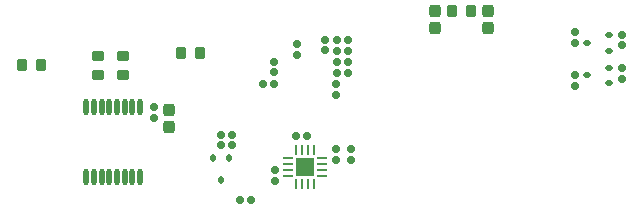
<source format=gbp>
G04*
G04 #@! TF.GenerationSoftware,Altium Limited,Altium Designer,23.10.1 (27)*
G04*
G04 Layer_Color=128*
%FSAX25Y25*%
%MOIN*%
G70*
G04*
G04 #@! TF.SameCoordinates,DD09C1F2-BA3A-4F81-A9C7-6BB9A0416EC0*
G04*
G04*
G04 #@! TF.FilePolarity,Positive*
G04*
G01*
G75*
%ADD25O,0.00984X0.03347*%
%ADD26O,0.03347X0.00984*%
%ADD36O,0.01772X0.05512*%
G04:AMPARAMS|DCode=41|XSize=23.62mil|YSize=23.62mil|CornerRadius=5.91mil|HoleSize=0mil|Usage=FLASHONLY|Rotation=0.000|XOffset=0mil|YOffset=0mil|HoleType=Round|Shape=RoundedRectangle|*
%AMROUNDEDRECTD41*
21,1,0.02362,0.01181,0,0,0.0*
21,1,0.01181,0.02362,0,0,0.0*
1,1,0.01181,0.00591,-0.00591*
1,1,0.01181,-0.00591,-0.00591*
1,1,0.01181,-0.00591,0.00591*
1,1,0.01181,0.00591,0.00591*
%
%ADD41ROUNDEDRECTD41*%
G04:AMPARAMS|DCode=46|XSize=25.2mil|YSize=25.2mil|CornerRadius=6.3mil|HoleSize=0mil|Usage=FLASHONLY|Rotation=180.000|XOffset=0mil|YOffset=0mil|HoleType=Round|Shape=RoundedRectangle|*
%AMROUNDEDRECTD46*
21,1,0.02520,0.01260,0,0,180.0*
21,1,0.01260,0.02520,0,0,180.0*
1,1,0.01260,-0.00630,0.00630*
1,1,0.01260,0.00630,0.00630*
1,1,0.01260,0.00630,-0.00630*
1,1,0.01260,-0.00630,-0.00630*
%
%ADD46ROUNDEDRECTD46*%
G04:AMPARAMS|DCode=47|XSize=25.2mil|YSize=25.2mil|CornerRadius=6.3mil|HoleSize=0mil|Usage=FLASHONLY|Rotation=270.000|XOffset=0mil|YOffset=0mil|HoleType=Round|Shape=RoundedRectangle|*
%AMROUNDEDRECTD47*
21,1,0.02520,0.01260,0,0,270.0*
21,1,0.01260,0.02520,0,0,270.0*
1,1,0.01260,-0.00630,-0.00630*
1,1,0.01260,-0.00630,0.00630*
1,1,0.01260,0.00630,0.00630*
1,1,0.01260,0.00630,-0.00630*
%
%ADD47ROUNDEDRECTD47*%
G04:AMPARAMS|DCode=48|XSize=37.4mil|YSize=41.34mil|CornerRadius=9.35mil|HoleSize=0mil|Usage=FLASHONLY|Rotation=0.000|XOffset=0mil|YOffset=0mil|HoleType=Round|Shape=RoundedRectangle|*
%AMROUNDEDRECTD48*
21,1,0.03740,0.02264,0,0,0.0*
21,1,0.01870,0.04134,0,0,0.0*
1,1,0.01870,0.00935,-0.01132*
1,1,0.01870,-0.00935,-0.01132*
1,1,0.01870,-0.00935,0.01132*
1,1,0.01870,0.00935,0.01132*
%
%ADD48ROUNDEDRECTD48*%
G04:AMPARAMS|DCode=49|XSize=39.37mil|YSize=35.43mil|CornerRadius=8.86mil|HoleSize=0mil|Usage=FLASHONLY|Rotation=270.000|XOffset=0mil|YOffset=0mil|HoleType=Round|Shape=RoundedRectangle|*
%AMROUNDEDRECTD49*
21,1,0.03937,0.01772,0,0,270.0*
21,1,0.02165,0.03543,0,0,270.0*
1,1,0.01772,-0.00886,-0.01083*
1,1,0.01772,-0.00886,0.01083*
1,1,0.01772,0.00886,0.01083*
1,1,0.01772,0.00886,-0.01083*
%
%ADD49ROUNDEDRECTD49*%
G04:AMPARAMS|DCode=50|XSize=23.62mil|YSize=23.62mil|CornerRadius=5.91mil|HoleSize=0mil|Usage=FLASHONLY|Rotation=270.000|XOffset=0mil|YOffset=0mil|HoleType=Round|Shape=RoundedRectangle|*
%AMROUNDEDRECTD50*
21,1,0.02362,0.01181,0,0,270.0*
21,1,0.01181,0.02362,0,0,270.0*
1,1,0.01181,-0.00591,-0.00591*
1,1,0.01181,-0.00591,0.00591*
1,1,0.01181,0.00591,0.00591*
1,1,0.01181,0.00591,-0.00591*
%
%ADD50ROUNDEDRECTD50*%
G04:AMPARAMS|DCode=52|XSize=39.37mil|YSize=35.43mil|CornerRadius=8.86mil|HoleSize=0mil|Usage=FLASHONLY|Rotation=0.000|XOffset=0mil|YOffset=0mil|HoleType=Round|Shape=RoundedRectangle|*
%AMROUNDEDRECTD52*
21,1,0.03937,0.01772,0,0,0.0*
21,1,0.02165,0.03543,0,0,0.0*
1,1,0.01772,0.01083,-0.00886*
1,1,0.01772,-0.01083,-0.00886*
1,1,0.01772,-0.01083,0.00886*
1,1,0.01772,0.01083,0.00886*
%
%ADD52ROUNDEDRECTD52*%
%ADD114R,0.06299X0.06299*%
G04:AMPARAMS|DCode=115|XSize=18.5mil|YSize=23.62mil|CornerRadius=4.63mil|HoleSize=0mil|Usage=FLASHONLY|Rotation=270.000|XOffset=0mil|YOffset=0mil|HoleType=Round|Shape=RoundedRectangle|*
%AMROUNDEDRECTD115*
21,1,0.01850,0.01437,0,0,270.0*
21,1,0.00925,0.02362,0,0,270.0*
1,1,0.00925,-0.00719,-0.00463*
1,1,0.00925,-0.00719,0.00463*
1,1,0.00925,0.00719,0.00463*
1,1,0.00925,0.00719,-0.00463*
%
%ADD115ROUNDEDRECTD115*%
G04:AMPARAMS|DCode=116|XSize=18.5mil|YSize=23.62mil|CornerRadius=4.63mil|HoleSize=0mil|Usage=FLASHONLY|Rotation=0.000|XOffset=0mil|YOffset=0mil|HoleType=Round|Shape=RoundedRectangle|*
%AMROUNDEDRECTD116*
21,1,0.01850,0.01437,0,0,0.0*
21,1,0.00925,0.02362,0,0,0.0*
1,1,0.00925,0.00463,-0.00719*
1,1,0.00925,-0.00463,-0.00719*
1,1,0.00925,-0.00463,0.00719*
1,1,0.00925,0.00463,0.00719*
%
%ADD116ROUNDEDRECTD116*%
D25*
X0156004Y0015551D02*
D03*
X0157972D02*
D03*
X0159941D02*
D03*
X0161909D02*
D03*
Y0026772D02*
D03*
X0159941D02*
D03*
X0157972D02*
D03*
X0156004D02*
D03*
D26*
X0164567Y0018209D02*
D03*
Y0020177D02*
D03*
Y0022146D02*
D03*
Y0024114D02*
D03*
X0153347D02*
D03*
Y0022146D02*
D03*
Y0020177D02*
D03*
Y0018209D02*
D03*
D36*
X0104035Y0017815D02*
D03*
X0101476D02*
D03*
X0098917D02*
D03*
X0096358D02*
D03*
X0093799D02*
D03*
X0091240D02*
D03*
X0088681D02*
D03*
X0086122D02*
D03*
X0104035Y0041043D02*
D03*
X0101476D02*
D03*
X0098917D02*
D03*
X0096358D02*
D03*
X0093799D02*
D03*
X0091240D02*
D03*
X0088681D02*
D03*
X0086122D02*
D03*
D41*
X0248917Y0048031D02*
D03*
Y0051575D02*
D03*
X0248917Y0065945D02*
D03*
Y0062402D02*
D03*
X0264567Y0053937D02*
D03*
Y0050394D02*
D03*
Y0065158D02*
D03*
Y0061614D02*
D03*
X0169587Y0063287D02*
D03*
Y0059744D02*
D03*
X0173327Y0059744D02*
D03*
Y0063287D02*
D03*
X0131004Y0031791D02*
D03*
Y0028248D02*
D03*
X0148622Y0056201D02*
D03*
Y0052658D02*
D03*
X0134744Y0031791D02*
D03*
Y0028248D02*
D03*
X0148819Y0016437D02*
D03*
Y0019980D02*
D03*
X0169488Y0056004D02*
D03*
Y0052461D02*
D03*
D46*
X0108563Y0041083D02*
D03*
Y0037461D02*
D03*
X0174213Y0027008D02*
D03*
Y0023386D02*
D03*
X0173327Y0055945D02*
D03*
Y0052323D02*
D03*
X0156398Y0058524D02*
D03*
Y0062146D02*
D03*
X0165748Y0063524D02*
D03*
Y0059902D02*
D03*
X0169390Y0048661D02*
D03*
Y0045039D02*
D03*
X0169193Y0026909D02*
D03*
Y0023287D02*
D03*
D47*
X0148661Y0048720D02*
D03*
X0145039D02*
D03*
X0159685Y0031398D02*
D03*
X0156063D02*
D03*
D48*
X0113583Y0034252D02*
D03*
Y0039961D02*
D03*
X0202264Y0067224D02*
D03*
Y0072933D02*
D03*
X0219980Y0067224D02*
D03*
Y0072933D02*
D03*
D49*
X0064567Y0055020D02*
D03*
X0124114Y0059055D02*
D03*
X0117815D02*
D03*
X0207972Y0073032D02*
D03*
X0214272D02*
D03*
X0070866Y0055020D02*
D03*
D50*
X0137303Y0010039D02*
D03*
X0140847D02*
D03*
D52*
X0089862Y0058071D02*
D03*
X0098228D02*
D03*
X0089862Y0051772D02*
D03*
X0098228D02*
D03*
D114*
X0158957Y0021161D02*
D03*
D115*
X0252854Y0051575D02*
D03*
X0260335Y0054134D02*
D03*
Y0049016D02*
D03*
X0252854Y0062402D02*
D03*
X0260335Y0064961D02*
D03*
Y0059842D02*
D03*
D116*
X0131004Y0016732D02*
D03*
X0128445Y0024213D02*
D03*
X0133563D02*
D03*
M02*

</source>
